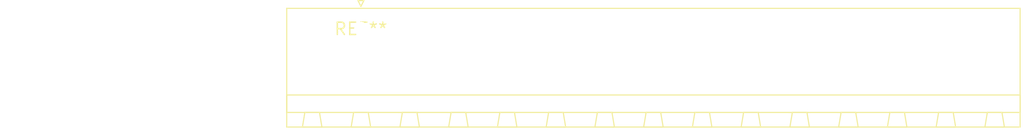
<source format=kicad_pcb>
(kicad_pcb (version 20240108) (generator pcbnew)
  (layers (0 "F.Cu" signal) (31 "B.Cu" signal) (34 "B.Paste" user) (35 "F.Paste" user) (36 "B.SilkS" user "B.Silkscreen") (37 "F.SilkS" user "F.Silkscreen") (38 "B.Mask" user) (39 "F.Mask" user) (44 "Edge.Cuts" user))
  (net 0 "")
  (footprint "PhoenixContact_MSTB_2,5_13-GF_1x13_P5.00mm_Horizontal_ThreadedFlange" (layer "F.Cu") (at 0 0)
    (property "Reference" "REF**")
    (property "Value" "PhoenixContact_MSTB_2,5_13-GF_1x13_P5.00mm_Horizontal_ThreadedFlange")
    (fp_line (start -7.61 -2.11) (end -7.61 10.11) (layer "F.SilkS") (stroke (width 0.12)))
    (fp_line (start -7.61 6.81) (end 67.61 6.81) (layer "F.SilkS") (stroke (width 0.12)))
    (fp_line (start -7.61 8.61) (end -7.61 6.81) (layer "F.SilkS") (stroke (width 0.12)))
    (fp_line (start -7.61 10.11) (end 67.61 10.11) (layer "F.SilkS") (stroke (width 0.12)))
    (fp_line (start -6 10.11) (end -4 10.11) (layer "F.SilkS") (stroke (width 0.12)))
    (fp_line (start -5.75 8.61) (end -6 10.11) (layer "F.SilkS") (stroke (width 0.12)))
    (fp_line (start -4.25 8.61) (end -5.75 8.61) (layer "F.SilkS") (stroke (width 0.12)))
    (fp_line (start -4 10.11) (end -4.25 8.61) (layer "F.SilkS") (stroke (width 0.12)))
    (fp_line (start -1 10.11) (end 1 10.11) (layer "F.SilkS") (stroke (width 0.12)))
    (fp_line (start -0.75 8.61) (end -1 10.11) (layer "F.SilkS") (stroke (width 0.12)))
    (fp_line (start -0.3 -2.91) (end 0.3 -2.91) (layer "F.SilkS") (stroke (width 0.12)))
    (fp_line (start 0 -2.31) (end -0.3 -2.91) (layer "F.SilkS") (stroke (width 0.12)))
    (fp_line (start 0.3 -2.91) (end 0 -2.31) (layer "F.SilkS") (stroke (width 0.12)))
    (fp_line (start 0.75 8.61) (end -0.75 8.61) (layer "F.SilkS") (stroke (width 0.12)))
    (fp_line (start 1 10.11) (end 0.75 8.61) (layer "F.SilkS") (stroke (width 0.12)))
    (fp_line (start 4 10.11) (end 6 10.11) (layer "F.SilkS") (stroke (width 0.12)))
    (fp_line (start 4.25 8.61) (end 4 10.11) (layer "F.SilkS") (stroke (width 0.12)))
    (fp_line (start 5.75 8.61) (end 4.25 8.61) (layer "F.SilkS") (stroke (width 0.12)))
    (fp_line (start 6 10.11) (end 5.75 8.61) (layer "F.SilkS") (stroke (width 0.12)))
    (fp_line (start 9 10.11) (end 11 10.11) (layer "F.SilkS") (stroke (width 0.12)))
    (fp_line (start 9.25 8.61) (end 9 10.11) (layer "F.SilkS") (stroke (width 0.12)))
    (fp_line (start 10.75 8.61) (end 9.25 8.61) (layer "F.SilkS") (stroke (width 0.12)))
    (fp_line (start 11 10.11) (end 10.75 8.61) (layer "F.SilkS") (stroke (width 0.12)))
    (fp_line (start 14 10.11) (end 16 10.11) (layer "F.SilkS") (stroke (width 0.12)))
    (fp_line (start 14.25 8.61) (end 14 10.11) (layer "F.SilkS") (stroke (width 0.12)))
    (fp_line (start 15.75 8.61) (end 14.25 8.61) (layer "F.SilkS") (stroke (width 0.12)))
    (fp_line (start 16 10.11) (end 15.75 8.61) (layer "F.SilkS") (stroke (width 0.12)))
    (fp_line (start 19 10.11) (end 21 10.11) (layer "F.SilkS") (stroke (width 0.12)))
    (fp_line (start 19.25 8.61) (end 19 10.11) (layer "F.SilkS") (stroke (width 0.12)))
    (fp_line (start 20.75 8.61) (end 19.25 8.61) (layer "F.SilkS") (stroke (width 0.12)))
    (fp_line (start 21 10.11) (end 20.75 8.61) (layer "F.SilkS") (stroke (width 0.12)))
    (fp_line (start 24 10.11) (end 26 10.11) (layer "F.SilkS") (stroke (width 0.12)))
    (fp_line (start 24.25 8.61) (end 24 10.11) (layer "F.SilkS") (stroke (width 0.12)))
    (fp_line (start 25.75 8.61) (end 24.25 8.61) (layer "F.SilkS") (stroke (width 0.12)))
    (fp_line (start 26 10.11) (end 25.75 8.61) (layer "F.SilkS") (stroke (width 0.12)))
    (fp_line (start 29 10.11) (end 31 10.11) (layer "F.SilkS") (stroke (width 0.12)))
    (fp_line (start 29.25 8.61) (end 29 10.11) (layer "F.SilkS") (stroke (width 0.12)))
    (fp_line (start 30.75 8.61) (end 29.25 8.61) (layer "F.SilkS") (stroke (width 0.12)))
    (fp_line (start 31 10.11) (end 30.75 8.61) (layer "F.SilkS") (stroke (width 0.12)))
    (fp_line (start 34 10.11) (end 36 10.11) (layer "F.SilkS") (stroke (width 0.12)))
    (fp_line (start 34.25 8.61) (end 34 10.11) (layer "F.SilkS") (stroke (width 0.12)))
    (fp_line (start 35.75 8.61) (end 34.25 8.61) (layer "F.SilkS") (stroke (width 0.12)))
    (fp_line (start 36 10.11) (end 35.75 8.61) (layer "F.SilkS") (stroke (width 0.12)))
    (fp_line (start 39 10.11) (end 41 10.11) (layer "F.SilkS") (stroke (width 0.12)))
    (fp_line (start 39.25 8.61) (end 39 10.11) (layer "F.SilkS") (stroke (width 0.12)))
    (fp_line (start 40.75 8.61) (end 39.25 8.61) (layer "F.SilkS") (stroke (width 0.12)))
    (fp_line (start 41 10.11) (end 40.75 8.61) (layer "F.SilkS") (stroke (width 0.12)))
    (fp_line (start 44 10.11) (end 46 10.11) (layer "F.SilkS") (stroke (width 0.12)))
    (fp_line (start 44.25 8.61) (end 44 10.11) (layer "F.SilkS") (stroke (width 0.12)))
    (fp_line (start 45.75 8.61) (end 44.25 8.61) (layer "F.SilkS") (stroke (width 0.12)))
    (fp_line (start 46 10.11) (end 45.75 8.61) (layer "F.SilkS") (stroke (width 0.12)))
    (fp_line (start 49 10.11) (end 51 10.11) (layer "F.SilkS") (stroke (width 0.12)))
    (fp_line (start 49.25 8.61) (end 49 10.11) (layer "F.SilkS") (stroke (width 0.12)))
    (fp_line (start 50.75 8.61) (end 49.25 8.61) (layer "F.SilkS") (stroke (width 0.12)))
    (fp_line (start 51 10.11) (end 50.75 8.61) (layer "F.SilkS") (stroke (width 0.12)))
    (fp_line (start 54 10.11) (end 56 10.11) (layer "F.SilkS") (stroke (width 0.12)))
    (fp_line (start 54.25 8.61) (end 54 10.11) (layer "F.SilkS") (stroke (width 0.12)))
    (fp_line (start 55.75 8.61) (end 54.25 8.61) (layer "F.SilkS") (stroke (width 0.12)))
    (fp_line (start 56 10.11) (end 55.75 8.61) (layer "F.SilkS") (stroke (width 0.12)))
    (fp_line (start 59 10.11) (end 61 10.11) (layer "F.SilkS") (stroke (width 0.12)))
    (fp_line (start 59.25 8.61) (end 59 10.11) (layer "F.SilkS") (stroke (width 0.12)))
    (fp_line (start 60.75 8.61) (end 59.25 8.61) (layer "F.SilkS") (stroke (width 0.12)))
    (fp_line (start 61 10.11) (end 60.75 8.61) (layer "F.SilkS") (stroke (width 0.12)))
    (fp_line (start 64 10.11) (end 66 10.11) (layer "F.SilkS") (stroke (width 0.12)))
    (fp_line (start 64.25 8.61) (end 64 10.11) (layer "F.SilkS") (stroke (width 0.12)))
    (fp_line (start 65.75 8.61) (end 64.25 8.61) (layer "F.SilkS") (stroke (width 0.12)))
    (fp_line (start 66 10.11) (end 65.75 8.61) (layer "F.SilkS") (stroke (width 0.12)))
    (fp_line (start 67.61 -2.11) (end -7.61 -2.11) (layer "F.SilkS") (stroke (width 0.12)))
    (fp_line (start 67.61 6.81) (end 67.61 8.61) (layer "F.SilkS") (stroke (width 0.12)))
    (fp_line (start 67.61 8.61) (end -7.61 8.61) (layer "F.SilkS") (stroke (width 0.12)))
    (fp_line (start 67.61 10.11) (end 67.61 -2.11) (layer "F.SilkS") (stroke (width 0.12)))
    (pad "1" thru_hole roundrect (at 0 0) (size 2 3.6) (drill 1.4) (layers *.Cu *.Mask) (remove_unused_layers) (roundrect_rratio 0.125))
    (pad "2" thru_hole oval (at 5 0) (size 2 3.6) (drill 1.4) (layers *.Cu *.Mask) (remove_unused_layers))
    (pad "3" thru_hole oval (at 10 0) (size 2 3.6) (drill 1.4) (layers *.Cu *.Mask) (remove_unused_layers))
    (pad "4" thru_hole oval (at 15 0) (size 2 3.6) (drill 1.4) (layers *.Cu *.Mask) (remove_unused_layers))
    (pad "5" thru_hole oval (at 20 0) (size 2 3.6) (drill 1.4) (layers *.Cu *.Mask) (remove_unused_layers))
    (pad "6" thru_hole oval (at 25 0) (size 2 3.6) (drill 1.4) (layers *.Cu *.Mask) (remove_unused_layers))
    (pad "7" thru_hole oval (at 30 0) (size 2 3.6) (drill 1.4) (layers *.Cu *.Mask) (remove_unused_layers))
    (pad "8" thru_hole oval (at 35 0) (size 2 3.6) (drill 1.4) (layers *.Cu *.Mask) (remove_unused_layers))
    (pad "9" thru_hole oval (at 40 0) (size 2 3.6) (drill 1.4) (layers *.Cu *.Mask) (remove_unused_layers))
    (pad "10" thru_hole oval (at 45 0) (size 2 3.6) (drill 1.4) (layers *.Cu *.Mask) (remove_unused_layers))
    (pad "11" thru_hole oval (at 50 0) (size 2 3.6) (drill 1.4) (layers *.Cu *.Mask) (remove_unused_layers))
    (pad "12" thru_hole oval (at 55 0) (size 2 3.6) (drill 1.4) (layers *.Cu *.Mask) (remove_unused_layers))
    (pad "13" thru_hole oval (at 60 0) (size 2 3.6) (drill 1.4) (layers *.Cu *.Mask) (remove_unused_layers))
  )
)
</source>
